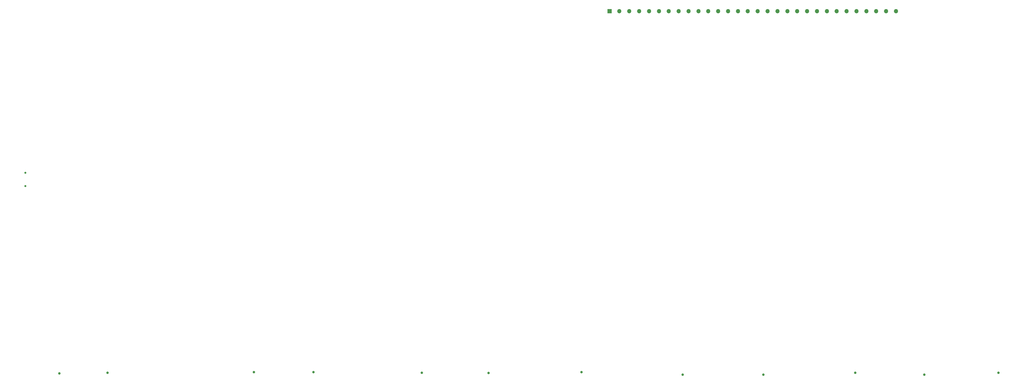
<source format=gbr>
%TF.GenerationSoftware,KiCad,Pcbnew,(6.99.0-2452-gdb4f2d9dd8)*%
%TF.CreationDate,2022-07-18T19:05:11+02:00*%
%TF.ProjectId,FXTal_rev1,46585461-6c5f-4726-9576-312e6b696361,rev?*%
%TF.SameCoordinates,PXe1237f8PYe7db780*%
%TF.FileFunction,Soldermask,Bot*%
%TF.FilePolarity,Negative*%
%FSLAX46Y46*%
G04 Gerber Fmt 4.6, Leading zero omitted, Abs format (unit mm)*
G04 Created by KiCad (PCBNEW (6.99.0-2452-gdb4f2d9dd8)) date 2022-07-18 19:05:11*
%MOMM*%
%LPD*%
G01*
G04 APERTURE LIST*
%ADD10O,1.700000X1.700000*%
%ADD11R,1.700000X1.700000*%
%ADD12C,1.000000*%
%ADD13C,0.800000*%
G04 APERTURE END LIST*
D10*
%TO.C,J1*%
X398515999Y-133978999D03*
X394555999Y-133978999D03*
X390595999Y-133978999D03*
X386635999Y-133978999D03*
X382675999Y-133978999D03*
X378715999Y-133978999D03*
X374755999Y-133978999D03*
X370795999Y-133978999D03*
X366835999Y-133978999D03*
X362875999Y-133978999D03*
X358915999Y-133978999D03*
X354955999Y-133978999D03*
X350995999Y-133978999D03*
X347035999Y-133978999D03*
X343075999Y-133978999D03*
X339115999Y-133978999D03*
X335155999Y-133978999D03*
X331195999Y-133978999D03*
X327235999Y-133978999D03*
X323275999Y-133978999D03*
X319315999Y-133978999D03*
X315355999Y-133978999D03*
X311395999Y-133978999D03*
X307435999Y-133978999D03*
X303475999Y-133978999D03*
X299515999Y-133978999D03*
X295555999Y-133978999D03*
X291595999Y-133978999D03*
X287635999Y-133978999D03*
D11*
X283675999Y-133978999D03*
%TD*%
D12*
%TO.C,COL_7_TP15*%
X272404000Y-278771000D03*
%TD*%
%TO.C,COL_9_TP17*%
X345302000Y-279787000D03*
%TD*%
%TO.C,COL_8_TP16*%
X313016000Y-279779000D03*
%TD*%
%TO.C,COL_4_TP12*%
X164962000Y-278771000D03*
%TD*%
%TO.C,COL_1_TP9*%
X63108000Y-279279000D03*
%TD*%
%TO.C,COL_B_TP19*%
X409818000Y-279787000D03*
%TD*%
%TO.C,COL_6_TP14*%
X235166000Y-279179000D03*
%TD*%
%TO.C,COL_A_TP18*%
X382132000Y-279025000D03*
%TD*%
%TO.C,COL_3_TP11*%
X141086000Y-278771000D03*
%TD*%
%TO.C,COL_C_TP20*%
X439536000Y-279025000D03*
%TD*%
%TO.C,COL_2_TP10*%
X82412000Y-279025000D03*
%TD*%
%TO.C,COL_5_TP13*%
X208466000Y-279025000D03*
%TD*%
D13*
X49530000Y-198760000D03*
X49530000Y-204150000D03*
M02*

</source>
